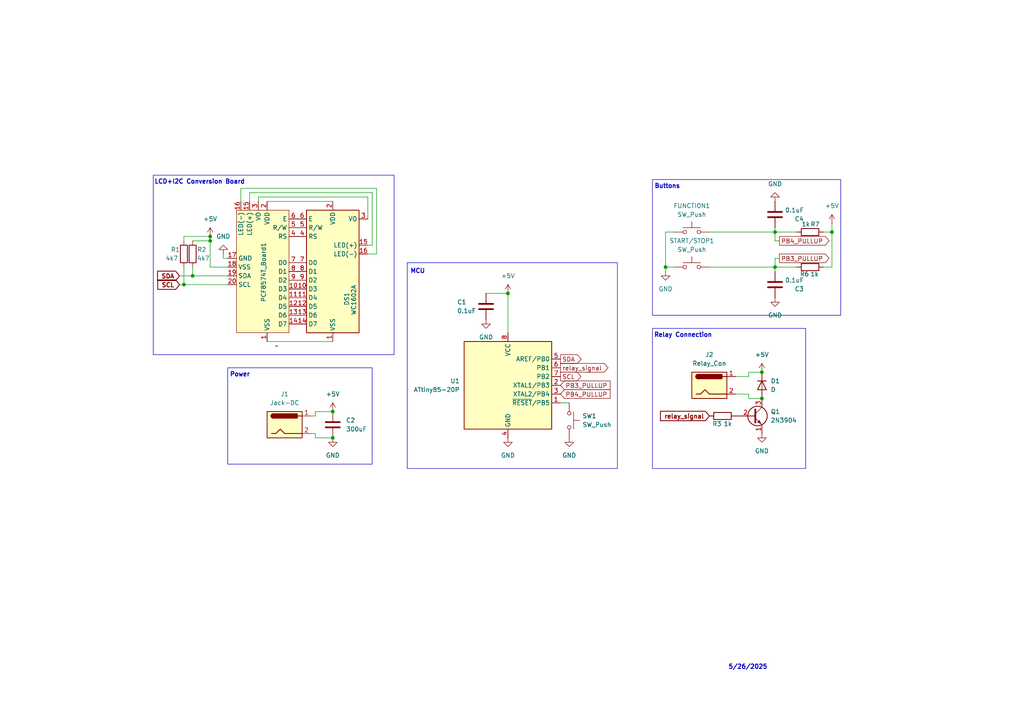
<source format=kicad_sch>
(kicad_sch (version 20231120) (generator "eeschema") (generator_version "8.0")
  (paper "A4")
  (lib_symbols
    (symbol "Connector:Jack-DC" (pin_names (offset 1.016))
      (property "Reference" "J" (at 0 5.334 0))
      (property "Value" "Jack-DC" (at 0 -5.08 0))
      (symbol "Jack-DC_0_1"
        (rectangle (start -5.08 3.81) (end 5.08 -3.81) (stroke (width 0.254)) (fill (type background)))
        (arc (start -3.302 3.175) (mid -3.9343 2.54) (end -3.302 1.905) (stroke (width 0.254)))
        (arc (start -3.302 3.175) (mid -3.9343 2.54) (end -3.302 1.905) (stroke (width 0.254)) (fill (type outline)))
        (polyline (pts (xy 5.08 2.54) (xy 3.81 2.54)) (stroke (width 0.254)))
        (polyline (pts (xy -3.81 -2.54) (xy -2.54 -2.54) (xy -1.27 -1.27) (xy 0 -2.54) (xy 2.54 -2.54) (xy 5.08 -2.54)) (stroke (width 0.254)))
        (rectangle (start 3.683 3.175) (end -3.302 1.905) (stroke (width 0.254)) (fill (type outline)))
      )
      (symbol "Jack-DC_1_1"
        (pin passive line (at 7.62 2.54 180) (length 2.54) (name "~") (number "1"))
        (pin passive line (at 7.62 -2.54 180) (length 2.54) (name "~") (number "2"))
      )
    )
    (symbol "Device:C" (pin_numbers hide) (pin_names (offset 0.254))
      (property "Reference" "C" (at 0.635 2.54 0))
      (property "Value" "C" (at 0.635 -2.54 0))
      (symbol "C_0_1"
        (polyline (pts (xy -2.032 -0.762) (xy 2.032 -0.762)) (stroke (width 0.508)))
        (polyline (pts (xy -2.032 0.762) (xy 2.032 0.762)) (stroke (width 0.508)))
      )
      (symbol "C_1_1"
        (pin passive line (at 0 3.81 270) (length 2.794) (name "~") (number "1"))
        (pin passive line (at 0 -3.81 90) (length 2.794) (name "~") (number "2"))
      )
    )
    (symbol "Device:D" (pin_numbers hide) (pin_names (offset 1.016) hide)
      (property "Reference" "D" (at 0 2.54 0))
      (property "Value" "D" (at 0 -2.54 0))
      (symbol "D_0_1"
        (polyline (pts (xy -1.27 1.27) (xy -1.27 -1.27)) (stroke (width 0.254)))
        (polyline (pts (xy 1.27 0) (xy -1.27 0)))
        (polyline (pts (xy 1.27 1.27) (xy 1.27 -1.27) (xy -1.27 0) (xy 1.27 1.27)) (stroke (width 0.254)))
      )
      (symbol "D_1_1"
        (pin passive line (at -3.81 0 0) (length 2.54) (name "K") (number "1"))
        (pin passive line (at 3.81 0 180) (length 2.54) (name "A") (number "2"))
      )
    )
    (symbol "Device:R" (pin_numbers hide) (pin_names (offset 0))
      (property "Reference" "R" (at 2.032 0 90))
      (property "Value" "R" (at 0 0 90))
      (symbol "R_0_1"
        (rectangle (start -1.016 -2.54) (end 1.016 2.54) (stroke (width 0.254)))
      )
      (symbol "R_1_1"
        (pin passive line (at 0 3.81 270) (length 1.27) (name "~") (number "1"))
        (pin passive line (at 0 -3.81 90) (length 1.27) (name "~") (number "2"))
      )
    )
    (symbol "Display_Character:WC1602A"
      (property "Reference" "DS1" (at 2.1941 22.86 0))
      (property "Value" "WC1602A" (at 2.1941 20.32 0))
      (symbol "WC1602A_1_1"
        (rectangle (start -7.62 17.78) (end 7.62 -17.78) (stroke (width 0.254)) (fill (type background)))
        (pin power_in line (at 0 -20.32 90) (length 2.54) (name "VSS") (number "1"))
        (pin input line (at -10.16 -5.08 0) (length 2.54) (name "D3") (number "10"))
        (pin input line (at -10.16 -7.62 0) (length 2.54) (name "D4") (number "11"))
        (pin input line (at -10.16 -10.16 0) (length 2.54) (name "D5") (number "12"))
        (pin input line (at -10.16 -12.7 0) (length 2.54) (name "D6") (number "13"))
        (pin input line (at -10.16 -15.24 0) (length 2.54) (name "D7") (number "14"))
        (pin power_in line (at 10.16 7.62 180) (length 2.54) (name "LED(+)") (number "15"))
        (pin power_in line (at 10.16 5.08 180) (length 2.54) (name "LED(-)") (number "16"))
        (pin power_in line (at 0 20.32 270) (length 2.54) (name "VDD") (number "2"))
        (pin input line (at 10.16 15.24 180) (length 2.54) (name "VO") (number "3"))
        (pin input line (at -10.16 10.16 0) (length 2.54) (name "RS") (number "4"))
        (pin input line (at -10.16 12.7 0) (length 2.54) (name "R/W") (number "5"))
        (pin input line (at -10.16 15.24 0) (length 2.54) (name "E") (number "6"))
        (pin input line (at -10.16 2.54 0) (length 2.54) (name "D0") (number "7"))
        (pin input line (at -10.16 0 0) (length 2.54) (name "D1") (number "8"))
        (pin input line (at -10.16 -2.54 0) (length 2.54) (name "D2") (number "9"))
      )
    )
    (symbol "MCU_Microchip_ATtiny:ATtiny85-20P"
      (property "Reference" "U" (at -12.7 13.97 0))
      (property "Value" "ATtiny85-20P" (at 2.54 -13.97 0))
      (symbol "ATtiny85-20P_0_1"
        (rectangle (start -12.7 -12.7) (end 12.7 12.7) (stroke (width 0.254)) (fill (type background)))
      )
      (symbol "ATtiny85-20P_1_1"
        (pin bidirectional line (at 15.24 -5.08 180) (length 2.54) (name "~{RESET}/PB5") (number "1"))
        (pin bidirectional line (at 15.24 0 180) (length 2.54) (name "XTAL1/PB3") (number "2"))
        (pin bidirectional line (at 15.24 -2.54 180) (length 2.54) (name "XTAL2/PB4") (number "3"))
        (pin power_in line (at 0 -15.24 90) (length 2.54) (name "GND") (number "4"))
        (pin bidirectional line (at 15.24 7.62 180) (length 2.54) (name "AREF/PB0") (number "5"))
        (pin bidirectional line (at 15.24 5.08 180) (length 2.54) (name "PB1") (number "6"))
        (pin bidirectional line (at 15.24 2.54 180) (length 2.54) (name "PB2") (number "7"))
        (pin power_in line (at 0 15.24 270) (length 2.54) (name "VCC") (number "8"))
      )
    )
    (symbol "Switch:SW_Push" (pin_numbers hide) (pin_names (offset 1.016) hide)
      (property "Reference" "SW" (at 1.27 2.54 0))
      (property "Value" "SW_Push" (at 0 -1.524 0))
      (symbol "SW_Push_0_1"
        (circle (center -2.032 0) (radius 0.508))
        (polyline (pts (xy 0 1.27) (xy 0 3.048)))
        (polyline (pts (xy 2.54 1.27) (xy -2.54 1.27)))
        (circle (center 2.032 0) (radius 0.508))
        (pin passive line (at -5.08 0 0) (length 2.54) (name "1") (number "1"))
        (pin passive line (at 5.08 0 180) (length 2.54) (name "2") (number "2"))
      )
    )
    (symbol "Transistor_BJT:2N3904" (pin_names (offset 0) hide)
      (property "Reference" "Q" (at 5.08 1.905 0))
      (property "Value" "2N3904" (at 5.08 0 0))
      (symbol "2N3904_0_1"
        (polyline (pts (xy 0.635 0.635) (xy 2.54 2.54)))
        (polyline (pts (xy 0.635 -0.635) (xy 2.54 -2.54) (xy 2.54 -2.54)))
        (polyline (pts (xy 0.635 1.905) (xy 0.635 -1.905) (xy 0.635 -1.905)) (stroke (width 0.508)))
        (polyline (pts (xy 1.27 -1.778) (xy 1.778 -1.27) (xy 2.286 -2.286) (xy 1.27 -1.778) (xy 1.27 -1.778)) (fill (type outline)))
        (circle (center 1.27 0) (radius 2.8194) (stroke (width 0.254)))
      )
      (symbol "2N3904_1_1"
        (pin passive line (at 2.54 -5.08 90) (length 2.54) (name "E") (number "1"))
        (pin passive line (at -5.08 0 0) (length 5.715) (name "B") (number "2"))
        (pin passive line (at 2.54 5.08 270) (length 2.54) (name "C") (number "3"))
      )
    )
    (symbol "custom_stuff:PCF8574T_Board"
      (property "Reference" "PCF8574T Board" (at 0.254 -1.016 90))
      (symbol "PCF8574T_Board_0_1"
        (rectangle (start -7.62 17.78) (end 7.62 -17.78) (fill (type background)))
      )
      (symbol "PCF8574T_Board_1_1"
        (pin output line (at 1.27 -20.32 90) (length 2.54) (name "VSS") (number "1"))
        (pin output line (at 10.16 -5.08 180) (length 2.54) (name "D3") (number "10"))
        (pin output line (at 10.16 -7.62 180) (length 2.54) (name "D4") (number "11"))
        (pin output line (at 10.16 -10.16 180) (length 2.54) (name "D5") (number "12"))
        (pin output line (at 10.16 -12.7 180) (length 2.54) (name "D6") (number "13"))
        (pin output line (at 10.16 -15.24 180) (length 2.54) (name "D7") (number "14"))
        (pin output line (at -3.81 20.32 270) (length 2.54) (name "LED(+)") (number "15"))
        (pin output line (at -6.35 20.32 270) (length 2.54) (name "LED(-)") (number "16"))
        (pin input line (at -10.16 3.81 0) (length 2.54) (name "GND") (number "17"))
        (pin input line (at -10.16 1.27 0) (length 2.54) (name "VSS") (number "18"))
        (pin input line (at -10.16 -1.27 0) (length 2.54) (name "SDA") (number "19"))
        (pin output line (at 1.27 20.32 270) (length 2.54) (name "VDD") (number "2"))
        (pin input line (at -10.16 -3.81 0) (length 2.54) (name "SCL") (number "20"))
        (pin output line (at -1.27 20.32 270) (length 2.54) (name "VO") (number "3"))
        (pin output line (at 10.16 10.16 180) (length 2.54) (name "RS") (number "4"))
        (pin output line (at 10.16 12.7 180) (length 2.54) (name "R/W") (number "5"))
        (pin output line (at 10.16 15.24 180) (length 2.54) (name "E") (number "6"))
        (pin output line (at 10.16 2.54 180) (length 2.54) (name "D0") (number "7"))
        (pin output line (at 10.16 0 180) (length 2.54) (name "D1") (number "8"))
        (pin output line (at 10.16 -2.54 180) (length 2.54) (name "D2") (number "9"))
      )
    )
    (symbol "power:+5V" (power) (pin_numbers hide) (pin_names (offset 0) hide)
      (property "Value" "+5V" (at 0 3.556 0))
      (symbol "+5V_0_1"
        (polyline (pts (xy -0.762 1.27) (xy 0 2.54)))
        (polyline (pts (xy 0 0) (xy 0 2.54)))
        (polyline (pts (xy 0 2.54) (xy 0.762 1.27)))
      )
      (symbol "+5V_1_1"
        (pin power_in line (at 0 0 90) (length 0) (name "~") (number "1"))
      )
    )
    (symbol "power:GND" (power) (pin_numbers hide) (pin_names (offset 0) hide)
      (property "Value" "GND" (at 0 -3.81 0))
      (symbol "GND_0_1"
        (polyline (pts (xy 0 0) (xy 0 -1.27) (xy 1.27 -1.27) (xy 0 -2.54) (xy -1.27 -1.27) (xy 0 -1.27)))
      )
      (symbol "GND_1_1"
        (pin power_in line (at 0 0 270) (length 0) (name "~") (number "1"))
      )
    )
  )
  (junction (at 220.98 107.95))
  (junction (at 241.3 67.31))
  (junction (at 53.34 82.55))
  (junction (at 60.96 68.58))
  (junction (at 55.88 80.01))
  (junction (at 224.79 77.47))
  (junction (at 147.32 85.09))
  (junction (at 96.52 127))
  (junction (at 193.04 77.47))
  (junction (at 60.96 69.85))
  (junction (at 224.79 67.31))
  (junction (at 96.52 119.38))
  (junction (at 220.98 115.57))
  (wire (pts (xy 109.22 54.61) (xy 109.22 73.66)))
  (wire (pts (xy 53.34 68.58) (xy 60.96 68.58)))
  (wire (pts (xy 109.22 73.66) (xy 106.68 73.66)))
  (wire (pts (xy 72.39 55.88) (xy 107.95 55.88)))
  (wire (pts (xy 213.36 114.3) (xy 217.17 114.3)))
  (wire (pts (xy 60.96 77.47) (xy 66.04 77.47)))
  (wire (pts (xy 55.88 69.85) (xy 60.96 69.85)))
  (wire (pts (xy 90.17 125.73) (xy 91.44 125.73)))
  (wire (pts (xy 53.34 82.55) (xy 66.04 82.55)))
  (wire (pts (xy 69.85 54.61) (xy 109.22 54.61)))
  (wire (pts (xy 91.44 120.65) (xy 91.44 119.38)))
  (wire (pts (xy 224.79 67.31) (xy 231.14 67.31)))
  (wire (pts (xy 60.96 68.58) (xy 60.96 69.85)))
  (wire (pts (xy 60.96 69.85) (xy 60.96 77.47)))
  (wire (pts (xy 217.17 115.57) (xy 220.98 115.57)))
  (wire (pts (xy 91.44 125.73) (xy 91.44 127)))
  (wire (pts (xy 74.93 57.15) (xy 106.68 57.15)))
  (wire (pts (xy 106.68 57.15) (xy 106.68 63.5)))
  (wire (pts (xy 224.79 77.47) (xy 231.14 77.47)))
  (wire (pts (xy 53.34 77.47) (xy 53.34 82.55)))
  (wire (pts (xy 90.17 120.65) (xy 91.44 120.65)))
  (wire (pts (xy 217.17 114.3) (xy 217.17 115.57)))
  (wire (pts (xy 53.34 69.85) (xy 53.34 68.58)))
  (wire (pts (xy 147.32 85.09) (xy 147.32 96.52)))
  (wire (pts (xy 205.74 67.31) (xy 224.79 67.31)))
  (wire (pts (xy 193.04 78.74) (xy 193.04 77.47)))
  (wire (pts (xy 224.79 67.31) (xy 224.79 69.85)))
  (wire (pts (xy 91.44 119.38) (xy 96.52 119.38)))
  (wire (pts (xy 162.56 116.84) (xy 165.1 116.84)))
  (wire (pts (xy 55.88 77.47) (xy 55.88 80.01)))
  (wire (pts (xy 193.04 77.47) (xy 195.58 77.47)))
  (wire (pts (xy 217.17 109.22) (xy 217.17 107.95)))
  (wire (pts (xy 91.44 127) (xy 96.52 127)))
  (wire (pts (xy 205.74 77.47) (xy 224.79 77.47)))
  (wire (pts (xy 64.77 74.93) (xy 64.77 73.66)))
  (wire (pts (xy 74.93 58.42) (xy 74.93 57.15)))
  (wire (pts (xy 241.3 64.77) (xy 241.3 67.31)))
  (wire (pts (xy 147.32 85.09) (xy 140.97 85.09)))
  (wire (pts (xy 72.39 58.42) (xy 72.39 55.88)))
  (wire (pts (xy 224.79 77.47) (xy 224.79 78.74)))
  (wire (pts (xy 66.04 74.93) (xy 64.77 74.93)))
  (wire (pts (xy 107.95 71.12) (xy 106.68 71.12)))
  (wire (pts (xy 52.07 80.01) (xy 55.88 80.01)))
  (wire (pts (xy 52.07 82.55) (xy 53.34 82.55)))
  (wire (pts (xy 224.79 74.93) (xy 224.79 77.47)))
  (wire (pts (xy 77.47 99.06) (xy 96.52 99.06)))
  (wire (pts (xy 224.79 74.93) (xy 226.06 74.93)))
  (wire (pts (xy 107.95 55.88) (xy 107.95 71.12)))
  (wire (pts (xy 241.3 67.31) (xy 241.3 77.47)))
  (wire (pts (xy 224.79 66.04) (xy 224.79 67.31)))
  (wire (pts (xy 193.04 77.47) (xy 193.04 67.31)))
  (wire (pts (xy 55.88 80.01) (xy 66.04 80.01)))
  (wire (pts (xy 77.47 58.42) (xy 96.52 58.42)))
  (wire (pts (xy 217.17 107.95) (xy 220.98 107.95)))
  (wire (pts (xy 213.36 109.22) (xy 217.17 109.22)))
  (wire (pts (xy 193.04 67.31) (xy 195.58 67.31)))
  (wire (pts (xy 69.85 58.42) (xy 69.85 54.61)))
  (wire (pts (xy 238.76 77.47) (xy 241.3 77.47)))
  (wire (pts (xy 238.76 67.31) (xy 241.3 67.31)))
  (wire (pts (xy 224.79 69.85) (xy 226.06 69.85)))
  (rectangle (start 66.04 106.68) (end 107.95 134.62))
  (rectangle (start 189.23 95.25) (end 233.68 135.89))
  (rectangle (start 189.23 52.07) (end 243.84 91.44))
  (rectangle (start 44.45 50.8) (end 114.3 102.87))
  (rectangle (start 118.11 76.2) (end 179.07 135.89))
  (text "Relay Connection" (at 198.12 97.282 0) (effects (font (size 1.27 1.27) (thickness 0.254) (bold yes))))
  (text "Power" (at 69.596 108.712 0) (effects (font (size 1.27 1.27) (thickness 0.254) (bold yes))))
  (text "5/26/2025" (at 216.916 193.548 0) (effects (font (size 1.27 1.27) (thickness 0.254) (bold yes))))
  (text "Buttons" (at 193.548 54.102 0) (effects (font (size 1.27 1.27) (thickness 0.254) (bold yes))))
  (text "MCU" (at 121.158 78.74 0) (effects (font (size 1.27 1.27) (thickness 0.254) (bold yes))))
  (text "LCD+I2C Conversion Board" (at 57.912 52.832 0) (effects (font (size 1.27 1.27) (thickness 0.254) (bold yes))))
  (global_label "PB3_PULLUP" (shape input) (at 162.56 111.76 0) (property "Intersheetrefs" "${INTERSHEET_REFS}" (effects (hide yes))))
  (global_label "relay_signal" (shape input) (at 205.74 120.65 180) (effects (font (thickness 0.254) (bold yes))) (property "Intersheetrefs" "${INTERSHEET_REFS}" (effects (hide yes))))
  (global_label "SDA" (shape input) (at 52.07 80.01 180) (effects (font (thickness 0.254) (bold yes))) (property "Intersheetrefs" "${INTERSHEET_REFS}" (effects (hide yes))))
  (global_label "PB4_PULLUP" (shape input) (at 162.56 114.3 0) (property "Intersheetrefs" "${INTERSHEET_REFS}" (effects (hide yes))))
  (global_label "SCL" (shape output) (at 162.56 109.22 0) (property "Intersheetrefs" "${INTERSHEET_REFS}" (effects (hide yes))))
  (global_label "SCL" (shape input) (at 52.07 82.55 180) (effects (font (thickness 0.254) (bold yes))) (property "Intersheetrefs" "${INTERSHEET_REFS}" (effects (hide yes))))
  (global_label "PB4_PULLUP" (shape output) (at 226.06 69.85 0) (property "Intersheetrefs" "${INTERSHEET_REFS}" (effects (hide yes))))
  (global_label "SDA" (shape output) (at 162.56 104.14 0) (property "Intersheetrefs" "${INTERSHEET_REFS}" (effects (hide yes))))
  (global_label "relay_signal" (shape output) (at 162.56 106.68 0) (property "Intersheetrefs" "${INTERSHEET_REFS}" (effects (hide yes))))
  (global_label "PB3_PULLUP" (shape output) (at 226.06 74.93 0) (property "Intersheetrefs" "${INTERSHEET_REFS}" (effects (hide yes))))
  (symbol (lib_id "power:GND") (at 220.98 125.73 0) (unit 1)
    (property "Reference" "#PWR08" (effects (hide yes)))
    (property "Value" "GND" (at 220.98 130.81 0))
    (property "Description" "Power symbol creates a global label with name \"GND\" , ground" (effects (hide yes)))
  )
  (symbol (lib_id "power:GND") (at 193.04 78.74 0) (unit 1)
    (property "Reference" "#PWR010" (effects (hide yes)))
    (property "Value" "GND" (at 193.04 83.82 0))
    (property "Description" "Power symbol creates a global label with name \"GND\" , ground" (effects (hide yes)))
  )
  (symbol (lib_id "Switch:SW_Push") (at 200.66 77.47 0) (unit 1)
    (property "Reference" "START/STOP1" (at 200.66 69.85 0))
    (property "Value" "SW_Push" (at 200.66 72.39 0))
    (property "Footprint" "Button_Switch_THT:SW_PUSH-12mm" (effects (hide yes)))
    (property "Description" "Push button switch, generic, two pins" (effects (hide yes)))
  )
  (symbol (lib_id "power:+5V") (at 60.96 68.58 0) (unit 1)
    (property "Reference" "#PWR02" (effects (hide yes)))
    (property "Value" "+5V" (at 60.96 63.5 0))
    (property "Description" "Power symbol creates a global label with name \"+5V\"" (effects (hide yes)))
  )
  (symbol (lib_id "power:GND") (at 140.97 92.71 0) (unit 1)
    (property "Reference" "#PWR04" (effects (hide yes)))
    (property "Value" "GND" (at 140.97 97.79 0))
    (property "Description" "Power symbol creates a global label with name \"GND\" , ground" (effects (hide yes)))
  )
  (symbol (lib_id "Device:C") (at 96.52 123.19 0) (unit 1)
    (property "Reference" "C2" (at 100.33 121.9199 0) (effects (justify left)))
    (property "Value" "300uF" (at 100.33 124.4599 0) (effects (justify left)))
    (property "Footprint" "Capacitor_THT:C_Radial_D10.0mm_H12.5mm_P5.00mm" (effects (hide yes)))
    (property "Description" "Unpolarized capacitor" (effects (hide yes)))
  )
  (symbol (lib_id "Device:C") (at 224.79 82.55 0) (unit 1)
    (property "Reference" "C3" (at 233.172 83.82 0) (effects (justify right)))
    (property "Value" "0.1uF" (at 233.172 81.28 0) (effects (justify right)))
    (property "Footprint" "Capacitor_THT:C_Disc_D3.0mm_W1.6mm_P2.50mm" (effects (hide yes)))
    (property "Description" "Unpolarized capacitor" (effects (hide yes)))
  )
  (symbol (lib_id "power:+5V") (at 220.98 107.95 0) (unit 1)
    (property "Reference" "#PWR09" (effects (hide yes)))
    (property "Value" "+5V" (at 220.98 102.87 0))
    (property "Description" "Power symbol creates a global label with name \"+5V\"" (effects (hide yes)))
  )
  (symbol (lib_id "Device:C") (at 140.97 88.9 180) (unit 1)
    (property "Reference" "C1" (at 132.588 87.63 0) (effects (justify right)))
    (property "Value" "0.1uF" (at 132.588 90.17 0) (effects (justify right)))
    (property "Footprint" "Capacitor_THT:C_Disc_D3.0mm_W1.6mm_P2.50mm" (effects (hide yes)))
    (property "Description" "Unpolarized capacitor" (effects (hide yes)))
  )
  (symbol (lib_id "Connector:Jack-DC") (at 205.74 111.76 0) (unit 1)
    (property "Reference" "J2" (at 205.74 102.87 0))
    (property "Value" "Relay_Con" (at 205.74 105.41 0))
    (property "Footprint" "Connector_BarrelJack:BarrelJack_GCT_DCJ200-10-A_Horizontal" (effects (hide yes)))
    (property "Description" "DC Barrel Jack" (effects (hide yes)))
  )
  (symbol (lib_id "Switch:SW_Push") (at 200.66 67.31 0) (unit 1)
    (property "Reference" "FUNCTION1" (at 200.66 59.69 0))
    (property "Value" "SW_Push" (at 200.66 62.23 0))
    (property "Footprint" "Button_Switch_THT:SW_PUSH-12mm" (effects (hide yes)))
    (property "Description" "Push button switch, generic, two pins" (effects (hide yes)))
  )
  (symbol (lib_id "power:+5V") (at 147.32 85.09 0) (unit 1)
    (property "Reference" "#PWR03" (effects (hide yes)))
    (property "Value" "+5V" (at 147.32 80.01 0))
    (property "Description" "Power symbol creates a global label with name \"+5V\"" (effects (hide yes)))
  )
  (symbol (lib_id "power:GND") (at 224.79 86.36 0) (unit 1)
    (property "Reference" "#PWR013" (effects (hide yes)))
    (property "Value" "GND" (at 224.79 91.44 0))
    (property "Description" "Power symbol creates a global label with name \"GND\" , ground" (effects (hide yes)))
  )
  (symbol (lib_id "power:GND") (at 64.77 73.66 180) (unit 1)
    (property "Reference" "#PWR01" (effects (hide yes)))
    (property "Value" "GND" (at 64.77 68.58 0))
    (property "Description" "Power symbol creates a global label with name \"GND\" , ground" (effects (hide yes)))
  )
  (symbol (lib_id "Device:R") (at 55.88 73.66 0) (unit 1)
    (property "Reference" "R2" (at 57.15 72.39 0) (effects (justify left)))
    (property "Value" "4k7" (at 57.15 74.93 0) (effects (justify left)))
    (property "Footprint" "Resistor_THT:R_Axial_DIN0204_L3.6mm_D1.6mm_P2.54mm_Vertical" (effects (hide yes)))
    (property "Description" "Resistor" (effects (hide yes)))
  )
  (symbol (lib_id "Connector:Jack-DC") (at 82.55 123.19 0) (unit 1)
    (property "Reference" "J1" (at 82.55 114.3 0))
    (property "Value" "Jack-DC" (at 82.55 116.84 0))
    (property "Footprint" "Connector_BarrelJack:BarrelJack_GCT_DCJ200-10-A_Horizontal" (effects (hide yes)))
    (property "Description" "DC Barrel Jack" (effects (hide yes)))
  )
  (symbol (lib_id "power:GND") (at 224.79 58.42 180) (unit 1)
    (property "Reference" "#PWR012" (effects (hide yes)))
    (property "Value" "GND" (at 224.79 53.34 0))
    (property "Description" "Power symbol creates a global label with name \"GND\" , ground" (effects (hide yes)))
  )
  (symbol (lib_id "Device:R") (at 234.95 67.31 90) (unit 1)
    (property "Reference" "R7" (at 237.744 65.024 90) (effects (justify left)))
    (property "Value" "1k" (at 234.95 65.024 90) (effects (justify left)))
    (property "Footprint" "Resistor_THT:R_Axial_DIN0204_L3.6mm_D1.6mm_P7.62mm_Horizontal" (effects (hide yes)))
    (property "Description" "Resistor" (effects (hide yes)))
  )
  (symbol (lib_id "Device:R") (at 53.34 73.66 0) (unit 1)
    (property "Reference" "R1" (at 49.53 72.39 0) (effects (justify left)))
    (property "Value" "4k7" (at 48.006 74.93 0) (effects (justify left)))
    (property "Footprint" "Resistor_THT:R_Axial_DIN0204_L3.6mm_D1.6mm_P2.54mm_Vertical" (effects (hide yes)))
    (property "Description" "Resistor" (effects (hide yes)))
  )
  (symbol (lib_id "Device:R") (at 234.95 77.47 90) (unit 1)
    (property "Reference" "R6" (at 234.696 79.502 90) (effects (justify left)))
    (property "Value" "1k" (at 237.49 79.502 90) (effects (justify left)))
    (property "Footprint" "Resistor_THT:R_Axial_DIN0204_L3.6mm_D1.6mm_P7.62mm_Horizontal" (effects (hide yes)))
    (property "Description" "Resistor" (effects (hide yes)))
  )
  (symbol (lib_id "Device:D") (at 220.98 111.76 270) (unit 1)
    (property "Reference" "D1" (at 223.52 110.4899 90) (effects (justify left)))
    (property "Value" "D" (at 223.52 113.0299 90) (effects (justify left)))
    (property "Footprint" "Diode_THT:D_DO-41_SOD81_P2.54mm_Vertical_KathodeUp" (effects (hide yes)))
    (property "Description" "Diode" (effects (hide yes)))
    (property "Sim.Device" "D" (effects (hide yes)))
    (property "Sim.Pins" "1=K 2=A" (effects (hide yes)))
  )
  (symbol (lib_id "power:+5V") (at 241.3 64.77 0) (unit 1)
    (property "Reference" "#PWR011" (effects (hide yes)))
    (property "Value" "+5V" (at 241.3 59.69 0))
    (property "Description" "Power symbol creates a global label with name \"+5V\"" (effects (hide yes)))
  )
  (symbol (lib_id "power:GND") (at 96.52 127 0) (unit 1)
    (property "Reference" "#PWR07" (effects (hide yes)))
    (property "Value" "GND" (at 96.52 132.08 0))
    (property "Description" "Power symbol creates a global label with name \"GND\" , ground" (effects (hide yes)))
  )
  (symbol (lib_id "Device:C") (at 224.79 62.23 0) (unit 1)
    (property "Reference" "C4" (at 233.172 63.5 0) (effects (justify right)))
    (property "Value" "0.1uF" (at 233.172 60.96 0) (effects (justify right)))
    (property "Footprint" "Capacitor_THT:C_Disc_D3.0mm_W1.6mm_P2.50mm" (effects (hide yes)))
    (property "Description" "Unpolarized capacitor" (effects (hide yes)))
  )
  (symbol (lib_id "Display_Character:WC1602A") (at 96.52 78.74 0) (unit 1)
    (property "Reference" "DS1" (at 100.584 88.646 90) (effects (justify left)))
    (property "Value" "WC1602A" (at 102.616 91.44 90) (effects (justify left)))
    (property "Footprint" "Display:WC1602A" (effects (hide yes)))
    (property "Datasheet" "http://www.wincomlcd.com/pdf/WC1602A-SFYLYHTC06.pdf" (effects (hide yes)))
    (property "Description" "LCD 16x2 Alphanumeric , 8 bit parallel bus, 5V VDD" (effects (hide yes)))
  )
  (symbol (lib_id "power:GND") (at 165.1 127 0) (unit 1)
    (property "Reference" "#PWR014" (effects (hide yes)))
    (property "Value" "GND" (at 165.1 132.08 0))
    (property "Description" "Power symbol creates a global label with name \"GND\" , ground" (effects (hide yes)))
  )
  (symbol (lib_id "power:+5V") (at 96.52 119.38 0) (unit 1)
    (property "Reference" "#PWR06" (effects (hide yes)))
    (property "Value" "+5V" (at 96.52 114.3 0))
    (property "Description" "Power symbol creates a global label with name \"+5V\"" (effects (hide yes)))
  )
  (symbol (lib_id "power:GND") (at 147.32 127 0) (unit 1)
    (property "Reference" "#PWR05" (effects (hide yes)))
    (property "Value" "GND" (at 147.32 132.08 0))
    (property "Description" "Power symbol creates a global label with name \"GND\" , ground" (effects (hide yes)))
  )
  (symbol (lib_id "Transistor_BJT:2N3904") (at 218.44 120.65 0) (unit 1)
    (property "Reference" "Q1" (at 223.52 119.3799 0) (effects (justify left)))
    (property "Value" "2N3904" (at 223.52 121.9199 0) (effects (justify left)))
    (property "Footprint" "Package_TO_SOT_THT:TO-92" (effects (hide yes)))
    (property "Datasheet" "https://www.onsemi.com/pub/Collateral/2N3903-D.PDF" (effects (hide yes)))
    (property "Description" "0.2A Ic, 40V Vce, Small Signal NPN Transistor, TO-92" (effects (hide yes)))
  )
  (symbol (lib_id "MCU_Microchip_ATtiny:ATtiny85-20P") (at 147.32 111.76 0) (unit 1)
    (property "Reference" "U1" (at 133.35 110.4899 0) (effects (justify right)))
    (property "Value" "ATtiny85-20P" (at 133.35 113.0299 0) (effects (justify right)))
    (property "Footprint" "Package_DIP:DIP-8_W7.62mm" (effects (hide yes)))
    (property "Datasheet" "http://ww1.microchip.com/downloads/en/DeviceDoc/atmel-2586-avr-8-bit-microcontroller-attiny25-attiny45-attiny85_datasheet.pdf" (effects (hide yes)))
    (property "Description" "20MHz, 8kB Flash, 512B SRAM, 512B EEPROM, debugWIRE, DIP-8" (effects (hide yes)))
  )
  (symbol (lib_id "Device:R") (at 209.55 120.65 90) (unit 1)
    (property "Reference" "R3" (at 209.296 122.936 90) (effects (justify left)))
    (property "Value" "1k" (at 212.344 122.936 90) (effects (justify left)))
    (property "Footprint" "Resistor_THT:R_Axial_DIN0204_L3.6mm_D1.6mm_P2.54mm_Vertical" (effects (hide yes)))
    (property "Description" "Resistor" (effects (hide yes)))
  )
  (symbol (lib_id "Switch:SW_Push") (at 165.1 121.92 270) (unit 1)
    (property "Reference" "SW1" (at 168.91 120.6499 90) (effects (justify left)))
    (property "Value" "SW_Push" (at 168.91 123.1899 90) (effects (justify left)))
    (property "Footprint" "Button_Switch_THT:SW_PUSH_6mm" (effects (hide yes)))
    (property "Description" "Push button switch, generic, two pins" (effects (hide yes)))
  )
  (symbol (lib_id "custom_stuff:PCF8574T_Board") (at 76.2 78.74 0) (unit 1)
    (property "Reference" "PCF8574T_Board1" (at 76.454 87.63 90) (effects (justify left)))
    (property "Value" "~" (at 79.6641 100.33 0) (effects (justify left)))
    (property "Footprint" "custom_stuff:PCF8574T" (effects (hide yes)))
  )
)
</source>
